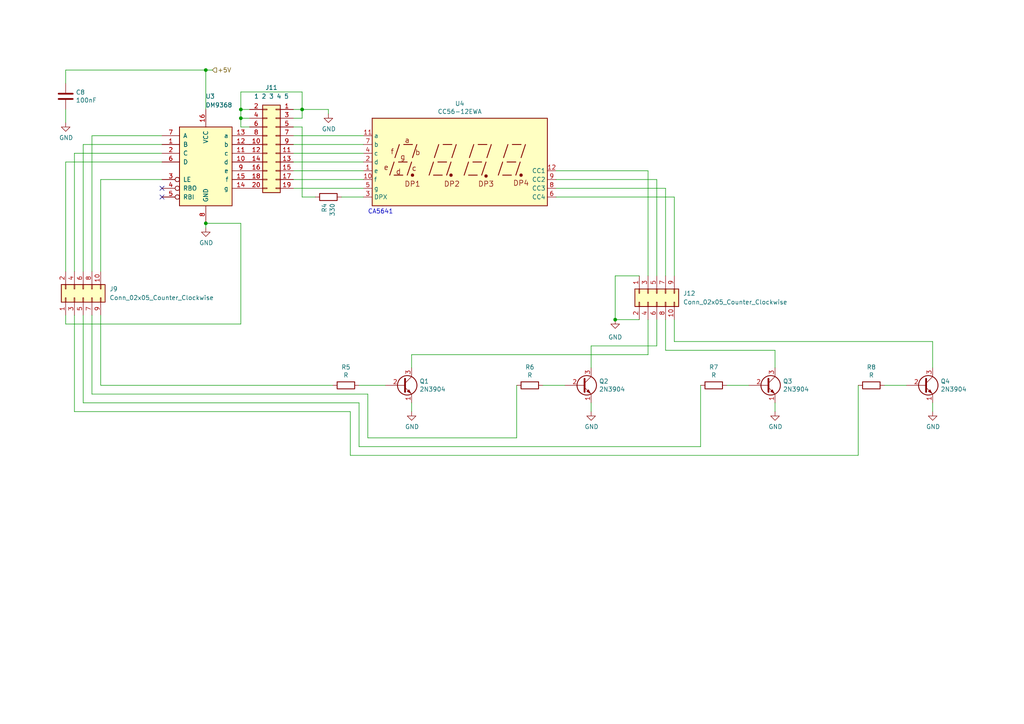
<source format=kicad_sch>
(kicad_sch (version 20211123) (generator eeschema)
  (paper "A4")
  (lib_symbols
    (symbol "Connector_Generic:Conn_02x05_Odd_Even" (pin_names (offset 1.016) hide)
      (property "Reference" "J" (at 1.27 7.62 0))
      (property "Value" "Conn_02x05_Odd_Even" (at 1.27 -7.62 0))
      (symbol "Conn_02x05_Odd_Even_1_1"
        (rectangle (start -1.27 -4.953) (end 0 -5.207) (stroke (width 0.1524)))
        (rectangle (start -1.27 -2.413) (end 0 -2.667) (stroke (width 0.1524)))
        (rectangle (start -1.27 0.127) (end 0 -0.127) (stroke (width 0.1524)))
        (rectangle (start -1.27 2.667) (end 0 2.413) (stroke (width 0.1524)))
        (rectangle (start -1.27 5.207) (end 0 4.953) (stroke (width 0.1524)))
        (rectangle (start -1.27 6.35) (end 3.81 -6.35) (stroke (width 0.254)) (fill (type background)))
        (rectangle (start 3.81 -4.953) (end 2.54 -5.207) (stroke (width 0.1524)))
        (rectangle (start 3.81 -2.413) (end 2.54 -2.667) (stroke (width 0.1524)))
        (rectangle (start 3.81 0.127) (end 2.54 -0.127) (stroke (width 0.1524)))
        (rectangle (start 3.81 2.667) (end 2.54 2.413) (stroke (width 0.1524)))
        (rectangle (start 3.81 5.207) (end 2.54 4.953) (stroke (width 0.1524)))
        (pin passive line (at -5.08 5.08 0) (length 3.81) (name "Pin_1") (number "1"))
        (pin passive line (at 7.62 -5.08 180) (length 3.81) (name "Pin_10") (number "10"))
        (pin passive line (at 7.62 5.08 180) (length 3.81) (name "Pin_2") (number "2"))
        (pin passive line (at -5.08 2.54 0) (length 3.81) (name "Pin_3") (number "3"))
        (pin passive line (at 7.62 2.54 180) (length 3.81) (name "Pin_4") (number "4"))
        (pin passive line (at -5.08 0 0) (length 3.81) (name "Pin_5") (number "5"))
        (pin passive line (at 7.62 0 180) (length 3.81) (name "Pin_6") (number "6"))
        (pin passive line (at -5.08 -2.54 0) (length 3.81) (name "Pin_7") (number "7"))
        (pin passive line (at 7.62 -2.54 180) (length 3.81) (name "Pin_8") (number "8"))
        (pin passive line (at -5.08 -5.08 0) (length 3.81) (name "Pin_9") (number "9"))
      )
    )
    (symbol "Connector_Generic:Conn_02x10_Odd_Even" (pin_names (offset 1.016) hide)
      (property "Reference" "J" (at 1.27 12.7 0))
      (property "Value" "Conn_02x10_Odd_Even" (at 1.27 -15.24 0))
      (symbol "Conn_02x10_Odd_Even_1_1"
        (rectangle (start -1.27 -12.573) (end 0 -12.827) (stroke (width 0.1524)))
        (rectangle (start -1.27 -10.033) (end 0 -10.287) (stroke (width 0.1524)))
        (rectangle (start -1.27 -7.493) (end 0 -7.747) (stroke (width 0.1524)))
        (rectangle (start -1.27 -4.953) (end 0 -5.207) (stroke (width 0.1524)))
        (rectangle (start -1.27 -2.413) (end 0 -2.667) (stroke (width 0.1524)))
        (rectangle (start -1.27 0.127) (end 0 -0.127) (stroke (width 0.1524)))
        (rectangle (start -1.27 2.667) (end 0 2.413) (stroke (width 0.1524)))
        (rectangle (start -1.27 5.207) (end 0 4.953) (stroke (width 0.1524)))
        (rectangle (start -1.27 7.747) (end 0 7.493) (stroke (width 0.1524)))
        (rectangle (start -1.27 10.287) (end 0 10.033) (stroke (width 0.1524)))
        (rectangle (start -1.27 11.43) (end 3.81 -13.97) (stroke (width 0.254)) (fill (type background)))
        (rectangle (start 3.81 -12.573) (end 2.54 -12.827) (stroke (width 0.1524)))
        (rectangle (start 3.81 -10.033) (end 2.54 -10.287) (stroke (width 0.1524)))
        (rectangle (start 3.81 -7.493) (end 2.54 -7.747) (stroke (width 0.1524)))
        (rectangle (start 3.81 -4.953) (end 2.54 -5.207) (stroke (width 0.1524)))
        (rectangle (start 3.81 -2.413) (end 2.54 -2.667) (stroke (width 0.1524)))
        (rectangle (start 3.81 0.127) (end 2.54 -0.127) (stroke (width 0.1524)))
        (rectangle (start 3.81 2.667) (end 2.54 2.413) (stroke (width 0.1524)))
        (rectangle (start 3.81 5.207) (end 2.54 4.953) (stroke (width 0.1524)))
        (rectangle (start 3.81 7.747) (end 2.54 7.493) (stroke (width 0.1524)))
        (rectangle (start 3.81 10.287) (end 2.54 10.033) (stroke (width 0.1524)))
        (pin passive line (at -5.08 10.16 0) (length 3.81) (name "Pin_1") (number "1"))
        (pin passive line (at 7.62 0 180) (length 3.81) (name "Pin_10") (number "10"))
        (pin passive line (at -5.08 -2.54 0) (length 3.81) (name "Pin_11") (number "11"))
        (pin passive line (at 7.62 -2.54 180) (length 3.81) (name "Pin_12") (number "12"))
        (pin passive line (at -5.08 -5.08 0) (length 3.81) (name "Pin_13") (number "13"))
        (pin passive line (at 7.62 -5.08 180) (length 3.81) (name "Pin_14") (number "14"))
        (pin passive line (at -5.08 -7.62 0) (length 3.81) (name "Pin_15") (number "15"))
        (pin passive line (at 7.62 -7.62 180) (length 3.81) (name "Pin_16") (number "16"))
        (pin passive line (at -5.08 -10.16 0) (length 3.81) (name "Pin_17") (number "17"))
        (pin passive line (at 7.62 -10.16 180) (length 3.81) (name "Pin_18") (number "18"))
        (pin passive line (at -5.08 -12.7 0) (length 3.81) (name "Pin_19") (number "19"))
        (pin passive line (at 7.62 10.16 180) (length 3.81) (name "Pin_2") (number "2"))
        (pin passive line (at 7.62 -12.7 180) (length 3.81) (name "Pin_20") (number "20"))
        (pin passive line (at -5.08 7.62 0) (length 3.81) (name "Pin_3") (number "3"))
        (pin passive line (at 7.62 7.62 180) (length 3.81) (name "Pin_4") (number "4"))
        (pin passive line (at -5.08 5.08 0) (length 3.81) (name "Pin_5") (number "5"))
        (pin passive line (at 7.62 5.08 180) (length 3.81) (name "Pin_6") (number "6"))
        (pin passive line (at -5.08 2.54 0) (length 3.81) (name "Pin_7") (number "7"))
        (pin passive line (at 7.62 2.54 180) (length 3.81) (name "Pin_8") (number "8"))
        (pin passive line (at -5.08 0 0) (length 3.81) (name "Pin_9") (number "9"))
      )
    )
    (symbol "Device:C" (pin_numbers hide) (pin_names (offset 0.254))
      (property "Reference" "C" (at 0.635 2.54 0))
      (property "Value" "C" (at 0.635 -2.54 0))
      (symbol "C_0_1"
        (polyline (pts (xy -2.032 -0.762) (xy 2.032 -0.762)) (stroke (width 0.508)))
        (polyline (pts (xy -2.032 0.762) (xy 2.032 0.762)) (stroke (width 0.508)))
      )
      (symbol "C_1_1"
        (pin passive line (at 0 3.81 270) (length 2.794) (name "~") (number "1"))
        (pin passive line (at 0 -3.81 90) (length 2.794) (name "~") (number "2"))
      )
    )
    (symbol "Device:R" (pin_numbers hide) (pin_names (offset 0))
      (property "Reference" "R" (at 2.032 0 90))
      (property "Value" "R" (at 0 0 90))
      (symbol "R_0_1"
        (rectangle (start -1.016 -2.54) (end 1.016 2.54) (stroke (width 0.254)))
      )
      (symbol "R_1_1"
        (pin passive line (at 0 3.81 270) (length 1.27) (name "~") (number "1"))
        (pin passive line (at 0 -3.81 90) (length 1.27) (name "~") (number "2"))
      )
    )
    (symbol "Display_Character:CC56-12EWA"
      (property "Reference" "U" (at -24.13 13.97 0))
      (property "Value" "CC56-12EWA" (at 19.05 13.97 0))
      (symbol "CC56-12EWA_0_0"
        (rectangle (start -25.4 12.7) (end 25.4 -12.7) (stroke (width 0.254)) (fill (type background)))
        (polyline (pts (xy -20.32 -3.81) (xy -19.05 0)) (stroke (width 0.254)))
        (polyline (pts (xy -19.05 -3.81) (xy -16.51 -3.81)) (stroke (width 0.254)))
        (polyline (pts (xy -18.796 1.27) (xy -17.526 5.08)) (stroke (width 0.254)))
        (polyline (pts (xy -17.78 0) (xy -15.24 0)) (stroke (width 0.254)))
        (polyline (pts (xy -16.256 5.08) (xy -13.716 5.08)) (stroke (width 0.254)))
        (polyline (pts (xy -15.24 -3.81) (xy -13.97 0)) (stroke (width 0.254)))
        (polyline (pts (xy -13.716 1.27) (xy -12.446 5.08)) (stroke (width 0.254)))
        (polyline (pts (xy -8.89 -3.81) (xy -7.62 0)) (stroke (width 0.254)))
        (polyline (pts (xy -7.62 -3.81) (xy -5.08 -3.81)) (stroke (width 0.254)))
        (polyline (pts (xy -7.366 1.27) (xy -6.096 5.08)) (stroke (width 0.254)))
        (polyline (pts (xy -6.35 0) (xy -3.81 0)) (stroke (width 0.254)))
        (polyline (pts (xy -4.826 5.08) (xy -2.286 5.08)) (stroke (width 0.254)))
        (polyline (pts (xy -3.81 -3.81) (xy -2.54 0)) (stroke (width 0.254)))
        (polyline (pts (xy -2.286 1.27) (xy -1.016 5.08)) (stroke (width 0.254)))
        (polyline (pts (xy 1.27 -3.81) (xy 2.54 0)) (stroke (width 0.254)))
        (polyline (pts (xy 2.54 -3.81) (xy 5.08 -3.81)) (stroke (width 0.254)))
        (polyline (pts (xy 2.794 1.27) (xy 4.064 5.08)) (stroke (width 0.254)))
        (polyline (pts (xy 3.81 0) (xy 6.35 0)) (stroke (width 0.254)))
        (polyline (pts (xy 5.334 5.08) (xy 7.874 5.08)) (stroke (width 0.254)))
        (polyline (pts (xy 6.35 -3.81) (xy 7.62 0)) (stroke (width 0.254)))
        (polyline (pts (xy 7.874 1.27) (xy 9.144 5.08)) (stroke (width 0.254)))
        (polyline (pts (xy 11.176 -3.81) (xy 12.446 0)) (stroke (width 0.254)))
        (polyline (pts (xy 12.446 -3.81) (xy 14.986 -3.81)) (stroke (width 0.254)))
        (polyline (pts (xy 12.7 1.27) (xy 13.97 5.08)) (stroke (width 0.254)))
        (polyline (pts (xy 13.716 0) (xy 16.256 0)) (stroke (width 0.254)))
        (polyline (pts (xy 15.24 5.08) (xy 17.78 5.08)) (stroke (width 0.254)))
        (polyline (pts (xy 16.256 -3.81) (xy 17.526 0)) (stroke (width 0.254)))
        (polyline (pts (xy 17.78 1.27) (xy 19.05 5.08)) (stroke (width 0.254)))
        (text "a" (at -15.24 6.35 0) (effects (font (size 1.524 1.524))))
        (text "b" (at -12.192 2.794 0) (effects (font (size 1.524 1.524))))
        (text "c" (at -13.208 -1.778 0) (effects (font (size 1.524 1.524))))
        (text "d" (at -17.78 -2.794 0) (effects (font (size 1.524 1.524))))
        (text "DP1" (at -13.716 -6.35 0) (effects (font (size 1.524 1.524))))
        (text "DP2" (at -2.286 -6.35 0) (effects (font (size 1.524 1.524))))
        (text "DP3" (at 7.62 -6.35 0) (effects (font (size 1.524 1.524))))
        (text "DP4" (at 17.78 -6.096 0) (effects (font (size 1.524 1.524))))
        (text "e" (at -21.336 -1.524 0) (effects (font (size 1.524 1.524))))
        (text "f" (at -19.558 3.048 0) (effects (font (size 1.524 1.524))))
        (text "g" (at -16.51 1.524 0) (effects (font (size 1.524 1.524))))
      )
      (symbol "CC56-12EWA_0_1"
        (circle (center -13.716 -3.81) (radius 0.3556) (stroke (width 0.254)) (fill (type outline)))
        (circle (center -2.54 -3.81) (radius 0.3556) (stroke (width 0.254)) (fill (type outline)))
      )
      (symbol "CC56-12EWA_1_0"
        (circle (center 7.62 -4.064) (radius 0.3556) (stroke (width 0.254)) (fill (type outline)))
        (circle (center 17.78 -3.81) (radius 0.3556) (stroke (width 0.254)) (fill (type outline)))
      )
      (symbol "CC56-12EWA_1_1"
        (pin input line (at -27.94 -2.54 0) (length 2.54) (name "e") (number "1"))
        (pin input line (at -27.94 -5.08 0) (length 2.54) (name "f") (number "10"))
        (pin input line (at -27.94 7.62 0) (length 2.54) (name "a") (number "11"))
        (pin input line (at 27.94 -2.54 180) (length 2.54) (name "CC1") (number "12"))
        (pin input line (at -27.94 0 0) (length 2.54) (name "d") (number "2"))
        (pin input line (at -27.94 -10.16 0) (length 2.54) (name "DPX") (number "3"))
        (pin input line (at -27.94 2.54 0) (length 2.54) (name "c") (number "4"))
        (pin input line (at -27.94 -7.62 0) (length 2.54) (name "g") (number "5"))
        (pin input line (at 27.94 -10.16 180) (length 2.54) (name "CC4") (number "6"))
        (pin input line (at -27.94 5.08 0) (length 2.54) (name "b") (number "7"))
        (pin input line (at 27.94 -7.62 180) (length 2.54) (name "CC3") (number "8"))
        (pin input line (at 27.94 -5.08 180) (length 2.54) (name "CC2") (number "9"))
      )
    )
    (symbol "New_Library:DM9368" (pin_names (offset 1.016))
      (property "Reference" "U" (at -7.62 11.43 0))
      (property "Value" "DM9368" (at -7.62 -13.97 0))
      (symbol "DM9368_1_0"
        (pin input line (at -12.7 5.08 0) (length 5.08) (name "B") (number "1"))
        (pin output line (at 12.7 0 180) (length 5.08) (name "d") (number "10"))
        (pin output line (at 12.7 2.54 180) (length 5.08) (name "c") (number "11"))
        (pin output line (at 12.7 5.08 180) (length 5.08) (name "b") (number "12"))
        (pin output line (at 12.7 7.62 180) (length 5.08) (name "a") (number "13"))
        (pin output line (at 12.7 -7.62 180) (length 5.08) (name "g") (number "14"))
        (pin output line (at 12.7 -5.08 180) (length 5.08) (name "f") (number "15"))
        (pin power_in line (at 0 15.24 270) (length 5.08) (name "VCC") (number "16"))
        (pin input line (at -12.7 2.54 0) (length 5.08) (name "C") (number "2"))
        (pin input inverted (at -12.7 -5.08 0) (length 5.08) (name "LE") (number "3"))
        (pin output inverted (at -12.7 -7.62 0) (length 5.08) (name "RBO") (number "4"))
        (pin input inverted (at -12.7 -10.16 0) (length 5.08) (name "RBI") (number "5"))
        (pin input line (at -12.7 0 0) (length 5.08) (name "D") (number "6"))
        (pin input line (at -12.7 7.62 0) (length 5.08) (name "A") (number "7"))
        (pin power_in line (at 0 -17.78 90) (length 5.08) (name "GND") (number "8"))
        (pin output line (at 12.7 -2.54 180) (length 5.08) (name "e") (number "9"))
      )
      (symbol "DM9368_1_1"
        (rectangle (start -7.62 10.16) (end 7.62 -12.7) (stroke (width 0.254)) (fill (type background)))
      )
    )
    (symbol "Transistor_BJT:2N3904" (pin_names (offset 0) hide)
      (property "Reference" "Q" (at 5.08 1.905 0))
      (property "Value" "2N3904" (at 5.08 0 0))
      (symbol "2N3904_0_1"
        (polyline (pts (xy 0.635 0.635) (xy 2.54 2.54)))
        (polyline (pts (xy 0.635 -0.635) (xy 2.54 -2.54) (xy 2.54 -2.54)))
        (polyline (pts (xy 0.635 1.905) (xy 0.635 -1.905) (xy 0.635 -1.905)) (stroke (width 0.508)))
        (polyline (pts (xy 1.27 -1.778) (xy 1.778 -1.27) (xy 2.286 -2.286) (xy 1.27 -1.778) (xy 1.27 -1.778)) (fill (type outline)))
        (circle (center 1.27 0) (radius 2.8194) (stroke (width 0.254)))
      )
      (symbol "2N3904_1_1"
        (pin passive line (at 2.54 -5.08 90) (length 2.54) (name "E") (number "1"))
        (pin passive line (at -5.08 0 0) (length 5.715) (name "B") (number "2"))
        (pin passive line (at 2.54 5.08 270) (length 2.54) (name "C") (number "3"))
      )
    )
    (symbol "power:GND" (power) (pin_names (offset 0))
      (property "Value" "GND" (at 0 -3.81 0))
      (symbol "GND_0_1"
        (polyline (pts (xy 0 0) (xy 0 -1.27) (xy 1.27 -1.27) (xy 0 -2.54) (xy -1.27 -1.27) (xy 0 -1.27)))
      )
      (symbol "GND_1_1"
        (pin power_in line (at 0 0 270) (length 0) hide (name "GND") (number "1"))
      )
    )
  )
  (junction (at 69.85 31.75))
  (junction (at 69.85 34.29))
  (junction (at 87.63 31.75))
  (junction (at 59.69 20.32))
  (junction (at 59.69 64.77))
  (junction (at 178.435 92.71))
  (no_connect (at 46.99 54.61))
  (no_connect (at 46.99 57.15))
  (wire (pts (xy 106.68 127) (xy 106.68 114.3)))
  (wire (pts (xy 224.79 119.38) (xy 224.79 116.84)))
  (wire (pts (xy 21.59 119.38) (xy 101.6 119.38)))
  (wire (pts (xy 161.29 54.61) (xy 193.04 54.61)))
  (wire (pts (xy 87.63 34.29) (xy 87.63 31.75)))
  (wire (pts (xy 190.5 80.01) (xy 190.5 52.07)))
  (wire (pts (xy 105.41 52.07) (xy 85.09 52.07)))
  (wire (pts (xy 270.51 116.84) (xy 270.51 119.38)))
  (wire (pts (xy 193.04 54.61) (xy 193.04 80.01)))
  (wire (pts (xy 87.63 31.75) (xy 87.63 26.67)))
  (wire (pts (xy 85.09 34.29) (xy 87.63 34.29)))
  (wire (pts (xy 24.13 116.84) (xy 24.13 91.44)))
  (wire (pts (xy 95.25 31.75) (xy 87.63 31.75)))
  (wire (pts (xy 171.45 119.38) (xy 171.45 116.84)))
  (wire (pts (xy 69.85 31.75) (xy 72.39 31.75)))
  (wire (pts (xy 59.69 66.04) (xy 59.69 64.77)))
  (wire (pts (xy 69.85 34.29) (xy 69.85 36.83)))
  (wire (pts (xy 87.63 36.83) (xy 87.63 57.15)))
  (wire (pts (xy 69.85 34.29) (xy 72.39 34.29)))
  (wire (pts (xy 149.86 111.76) (xy 149.86 127)))
  (wire (pts (xy 105.41 44.45) (xy 85.09 44.45)))
  (wire (pts (xy 187.96 102.87) (xy 187.96 92.71)))
  (wire (pts (xy 95.25 33.02) (xy 95.25 31.75)))
  (wire (pts (xy 248.92 132.08) (xy 101.6 132.08)))
  (wire (pts (xy 105.41 49.53) (xy 85.09 49.53)))
  (wire (pts (xy 195.58 92.71) (xy 195.58 99.06)))
  (wire (pts (xy 161.29 52.07) (xy 190.5 52.07)))
  (wire (pts (xy 59.69 20.32) (xy 59.69 31.75)))
  (wire (pts (xy 21.59 119.38) (xy 21.59 91.44)))
  (wire (pts (xy 46.99 41.91) (xy 24.13 41.91)))
  (wire (pts (xy 171.45 100.33) (xy 171.45 106.68)))
  (wire (pts (xy 59.69 64.77) (xy 69.85 64.77)))
  (wire (pts (xy 171.45 100.33) (xy 190.5 100.33)))
  (wire (pts (xy 105.41 46.99) (xy 85.09 46.99)))
  (wire (pts (xy 163.83 111.76) (xy 157.48 111.76)))
  (wire (pts (xy 101.6 132.08) (xy 101.6 119.38)))
  (wire (pts (xy 19.05 46.99) (xy 19.05 78.74)))
  (wire (pts (xy 105.41 39.37) (xy 85.09 39.37)))
  (wire (pts (xy 46.99 46.99) (xy 19.05 46.99)))
  (wire (pts (xy 26.67 39.37) (xy 26.67 78.74)))
  (wire (pts (xy 104.14 129.54) (xy 104.14 116.84)))
  (wire (pts (xy 46.99 44.45) (xy 21.59 44.45)))
  (wire (pts (xy 46.99 52.07) (xy 29.21 52.07)))
  (wire (pts (xy 105.41 54.61) (xy 85.09 54.61)))
  (wire (pts (xy 29.21 111.76) (xy 96.52 111.76)))
  (wire (pts (xy 149.86 127) (xy 106.68 127)))
  (wire (pts (xy 26.67 114.3) (xy 26.67 91.44)))
  (wire (pts (xy 26.67 114.3) (xy 106.68 114.3)))
  (wire (pts (xy 119.38 119.38) (xy 119.38 116.84)))
  (wire (pts (xy 178.435 92.71) (xy 185.42 92.71)))
  (wire (pts (xy 85.09 36.83) (xy 87.63 36.83)))
  (wire (pts (xy 21.59 44.45) (xy 21.59 78.74)))
  (wire (pts (xy 69.85 36.83) (xy 72.39 36.83)))
  (wire (pts (xy 87.63 57.15) (xy 91.44 57.15)))
  (wire (pts (xy 59.69 20.32) (xy 61.595 20.32)))
  (wire (pts (xy 19.05 20.32) (xy 19.05 24.13)))
  (wire (pts (xy 69.85 93.98) (xy 69.85 64.77)))
  (wire (pts (xy 19.05 20.32) (xy 59.69 20.32)))
  (wire (pts (xy 185.42 80.01) (xy 178.435 80.01)))
  (wire (pts (xy 46.99 39.37) (xy 26.67 39.37)))
  (wire (pts (xy 203.2 129.54) (xy 104.14 129.54)))
  (wire (pts (xy 161.29 57.15) (xy 195.58 57.15)))
  (wire (pts (xy 203.2 111.76) (xy 203.2 129.54)))
  (wire (pts (xy 224.79 101.6) (xy 224.79 106.68)))
  (wire (pts (xy 248.92 111.76) (xy 248.92 132.08)))
  (wire (pts (xy 24.13 41.91) (xy 24.13 78.74)))
  (wire (pts (xy 195.58 57.15) (xy 195.58 80.01)))
  (wire (pts (xy 105.41 41.91) (xy 85.09 41.91)))
  (wire (pts (xy 69.85 31.75) (xy 69.85 34.29)))
  (wire (pts (xy 178.435 80.01) (xy 178.435 92.71)))
  (wire (pts (xy 193.04 101.6) (xy 193.04 92.71)))
  (wire (pts (xy 19.05 31.75) (xy 19.05 35.56)))
  (wire (pts (xy 187.96 80.01) (xy 187.96 49.53)))
  (wire (pts (xy 190.5 92.71) (xy 190.5 100.33)))
  (wire (pts (xy 29.21 52.07) (xy 29.21 78.74)))
  (wire (pts (xy 217.17 111.76) (xy 210.82 111.76)))
  (wire (pts (xy 85.09 31.75) (xy 87.63 31.75)))
  (wire (pts (xy 111.76 111.76) (xy 104.14 111.76)))
  (wire (pts (xy 195.58 99.06) (xy 270.51 99.06)))
  (wire (pts (xy 29.21 91.44) (xy 29.21 111.76)))
  (wire (pts (xy 99.06 57.15) (xy 105.41 57.15)))
  (wire (pts (xy 119.38 102.87) (xy 119.38 106.68)))
  (wire (pts (xy 119.38 102.87) (xy 187.96 102.87)))
  (wire (pts (xy 161.29 49.53) (xy 187.96 49.53)))
  (wire (pts (xy 19.05 93.98) (xy 69.85 93.98)))
  (wire (pts (xy 24.13 116.84) (xy 104.14 116.84)))
  (wire (pts (xy 270.51 99.06) (xy 270.51 106.68)))
  (wire (pts (xy 19.05 91.44) (xy 19.05 93.98)))
  (wire (pts (xy 262.89 111.76) (xy 256.54 111.76)))
  (wire (pts (xy 224.79 101.6) (xy 193.04 101.6)))
  (wire (pts (xy 87.63 26.67) (xy 69.85 26.67)))
  (wire (pts (xy 69.85 26.67) (xy 69.85 31.75)))
  (text "CA5641" (at 106.68 62.23 0) (effects (font (size 1.27 1.27)) (justify left bottom)))
  (hierarchical_label "+5V" (shape input) (at 61.595 20.32 0))
  (symbol (lib_id "power:GND") (at 119.38 119.38 0) (unit 1)
    (property "Reference" "#PWR010" (effects hide))
    (property "Value" "GND" (at 119.507 123.7742 0))
  )
  (symbol (lib_id "Device:R") (at 252.73 111.76 270) (unit 1)
    (property "Reference" "R8" (at 252.73 106.5022 90))
    (property "Value" "R" (at 252.73 108.8136 90))
    (property "Footprint" "Resistor_THT:R_Axial_DIN0207_L6.3mm_D2.5mm_P10.16mm_Horizontal" (effects hide))
  )
  (symbol (lib_id "Connector_Generic:Conn_02x05_Odd_Even") (at 190.5 85.09 90) (mirror x) (unit 1)
    (property "Reference" "J12" (at 198.12 85.0899 90) (effects (justify right)))
    (property "Value" "Conn_02x05_Counter_Clockwise" (at 198.12 87.6299 90) (effects (justify right)))
    (property "Footprint" "Connector_PinSocket_2.54mm:PinSocket_2x05_P2.54mm_Vertical" (effects hide))
  )
  (symbol (lib_id "Display_Character:CC56-12EWA") (at 133.35 46.99 0) (unit 1)
    (property "Reference" "U4" (at 133.35 30.0482 0))
    (property "Value" "CC56-12EWA" (at 133.35 32.3596 0))
    (property "Footprint" "Display_7Segment:CA56-12EWA" (effects hide))
    (property "Datasheet" "http://www.kingbrightusa.com/images/catalog/SPEC/CA56-12EWA.pdf" (effects hide))
  )
  (symbol (lib_id "power:GND") (at 19.05 35.56 0) (unit 1)
    (property "Reference" "#PWR09" (effects hide))
    (property "Value" "GND" (at 19.177 39.9542 0))
  )
  (symbol (lib_id "Connector_Generic:Conn_02x05_Odd_Even") (at 24.13 86.36 90) (unit 1)
    (property "Reference" "J9" (at 31.75 83.8199 90) (effects (justify right)))
    (property "Value" "Conn_02x05_Counter_Clockwise" (at 31.75 86.3599 90) (effects (justify right)))
    (property "Footprint" "Connector_PinSocket_2.54mm:PinSocket_2x05_P2.54mm_Vertical" (effects hide))
  )
  (symbol (lib_id "power:GND") (at 59.69 66.04 0) (unit 1)
    (property "Reference" "#PWR07" (effects hide))
    (property "Value" "GND" (at 59.817 70.4342 0))
  )
  (symbol (lib_id "Device:C") (at 19.05 27.94 0) (unit 1)
    (property "Reference" "C8" (at 21.971 26.7716 0) (effects (justify left)))
    (property "Value" "100nF" (at 21.971 29.083 0) (effects (justify left)))
    (property "Footprint" "Capacitor_THT:C_Disc_D7.5mm_W2.5mm_P5.00mm" (effects hide))
  )
  (symbol (lib_id "power:GND") (at 270.51 119.38 0) (unit 1)
    (property "Reference" "#PWR013" (effects hide))
    (property "Value" "GND" (at 270.637 123.7742 0))
  )
  (symbol (lib_id "Connector_Generic:Conn_02x10_Odd_Even") (at 80.01 41.91 0) (mirror y) (unit 1)
    (property "Reference" "J11" (at 78.74 25.4 0))
    (property "Value" "1 2 3 4 5" (at 78.74 27.94 0))
    (property "Footprint" "Connector_PinSocket_2.54mm:PinSocket_2x10_P2.54mm_Vertical" (effects hide))
  )
  (symbol (lib_id "power:GND") (at 178.435 92.71 0) (unit 1)
    (property "Reference" "#PWR016" (effects hide))
    (property "Value" "GND" (at 178.435 97.79 0))
  )
  (symbol (lib_id "Transistor_BJT:2N3904") (at 168.91 111.76 0) (unit 1)
    (property "Reference" "Q2" (at 173.736 110.5916 0) (effects (justify left)))
    (property "Value" "2N3904" (at 173.736 112.903 0) (effects (justify left)))
    (property "Footprint" "Package_TO_SOT_THT:TO-92_Inline" (effects hide))
    (property "Datasheet" "https://www.onsemi.com/pub/Collateral/2N3903-D.PDF" (effects hide))
  )
  (symbol (lib_id "Transistor_BJT:2N3904") (at 267.97 111.76 0) (unit 1)
    (property "Reference" "Q4" (at 272.796 110.5916 0) (effects (justify left)))
    (property "Value" "2N3904" (at 272.796 112.903 0) (effects (justify left)))
    (property "Footprint" "Package_TO_SOT_THT:TO-92_Inline" (effects hide))
    (property "Datasheet" "https://www.onsemi.com/pub/Collateral/2N3903-D.PDF" (effects hide))
  )
  (symbol (lib_id "Device:R") (at 95.25 57.15 90) (mirror x) (unit 1)
    (property "Reference" "R4" (at 94.0816 58.928 0) (effects (justify left)))
    (property "Value" "330" (at 96.393 58.928 0) (effects (justify left)))
    (property "Footprint" "Resistor_THT:R_Axial_DIN0207_L6.3mm_D2.5mm_P10.16mm_Horizontal" (effects hide))
  )
  (symbol (lib_id "power:GND") (at 95.25 33.02 0) (unit 1)
    (property "Reference" "#PWR0103" (effects hide))
    (property "Value" "GND" (at 95.377 37.4142 0))
  )
  (symbol (lib_id "Device:R") (at 207.01 111.76 270) (unit 1)
    (property "Reference" "R7" (at 207.01 106.5022 90))
    (property "Value" "R" (at 207.01 108.8136 90))
    (property "Footprint" "Resistor_THT:R_Axial_DIN0207_L6.3mm_D2.5mm_P10.16mm_Horizontal" (effects hide))
  )
  (symbol (lib_id "Device:R") (at 153.67 111.76 270) (unit 1)
    (property "Reference" "R6" (at 153.67 106.5022 90))
    (property "Value" "R" (at 153.67 108.8136 90))
    (property "Footprint" "Resistor_THT:R_Axial_DIN0207_L6.3mm_D2.5mm_P10.16mm_Horizontal" (effects hide))
  )
  (symbol (lib_id "Device:R") (at 100.33 111.76 270) (unit 1)
    (property "Reference" "R5" (at 100.33 106.5022 90))
    (property "Value" "R" (at 100.33 108.8136 90))
    (property "Footprint" "Resistor_THT:R_Axial_DIN0207_L6.3mm_D2.5mm_P10.16mm_Horizontal" (effects hide))
  )
  (symbol (lib_id "Transistor_BJT:2N3904") (at 116.84 111.76 0) (unit 1)
    (property "Reference" "Q1" (at 121.666 110.5916 0) (effects (justify left)))
    (property "Value" "2N3904" (at 121.666 112.903 0) (effects (justify left)))
    (property "Footprint" "Package_TO_SOT_THT:TO-92_Inline" (effects hide))
    (property "Datasheet" "https://www.onsemi.com/pub/Collateral/2N3903-D.PDF" (effects hide))
  )
  (symbol (lib_id "power:GND") (at 171.45 119.38 0) (unit 1)
    (property "Reference" "#PWR011" (effects hide))
    (property "Value" "GND" (at 171.577 123.7742 0))
  )
  (symbol (lib_id "Transistor_BJT:2N3904") (at 222.25 111.76 0) (unit 1)
    (property "Reference" "Q3" (at 227.076 110.5916 0) (effects (justify left)))
    (property "Value" "2N3904" (at 227.076 112.903 0) (effects (justify left)))
    (property "Footprint" "Package_TO_SOT_THT:TO-92_Inline" (effects hide))
    (property "Datasheet" "https://www.onsemi.com/pub/Collateral/2N3903-D.PDF" (effects hide))
  )
  (symbol (lib_id "New_Library:DM9368") (at 59.69 46.99 0) (unit 1)
    (property "Reference" "U3" (at 60.96 27.94 0))
    (property "Value" "DM9368" (at 63.5 30.48 0))
    (property "Footprint" "Package_DIP:DIP-16_W7.62mm_LongPads" (effects hide))
    (property "Datasheet" "http://www.ti.com/lit/gpn/sn74LS48" (effects hide))
  )
  (symbol (lib_id "power:GND") (at 224.79 119.38 0) (unit 1)
    (property "Reference" "#PWR012" (effects hide))
    (property "Value" "GND" (at 224.917 123.7742 0))
  )
)
</source>
